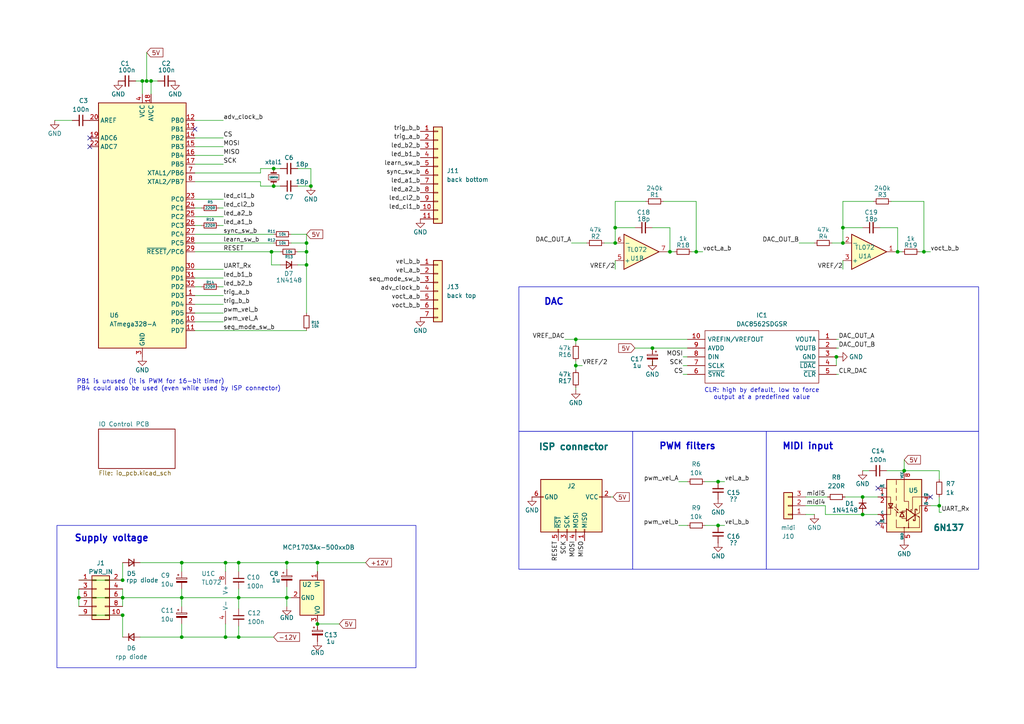
<source format=kicad_sch>
(kicad_sch (version 20231120) (generator "eeschema") (generator_version "8.0")
  (paper "A4")
  (lib_symbols
    (symbol "Amplifier_Operational:TL072" (pin_names (offset 0.127))
      (property "Reference" "U" (at 0 5.08 0))
      (property "Value" "TL072" (at 0 -5.08 0))
      (symbol "TL072_1_1"
        (pin output line (at 7.62 0 180) (length 2.54) (name "~") (number "1"))
        (pin input line (at -7.62 -2.54 0) (length 2.54) (name "-") (number "2"))
        (pin input line (at -7.62 2.54 0) (length 2.54) (name "+") (number "3"))
      )
      (symbol "TL072_2_1"
        (pin input line (at -7.62 2.54 0) (length 2.54) (name "+") (number "5"))
        (pin input line (at -7.62 -2.54 0) (length 2.54) (name "-") (number "6"))
        (pin output line (at 7.62 0 180) (length 2.54) (name "~") (number "7"))
      )
      (symbol "TL072_3_1"
        (pin power_in line (at -2.54 -7.62 90) (length 3.81) (name "V-") (number "4"))
        (pin power_in line (at -2.54 7.62 270) (length 3.81) (name "V+") (number "8"))
      )
    )
    (symbol "Connector:AVR-ISP-6" (pin_names (offset 1.016))
      (property "Reference" "J" (at -6.35 11.43 0))
      (property "Value" "AVR-ISP-6" (at 0 11.43 0))
      (symbol "AVR-ISP-6_1_1"
        (pin passive line (at 10.16 5.08 180) (length 2.54) (name "MISO") (number "1"))
        (pin passive line (at -2.54 12.7 270) (length 2.54) (name "VCC") (number "2"))
        (pin passive line (at 10.16 0 180) (length 2.54) (name "SCK") (number "3"))
        (pin passive line (at 10.16 2.54 180) (length 2.54) (name "MOSI") (number "4"))
        (pin passive line (at 10.16 -2.54 180) (length 2.54) (name "~{RST}") (number "5"))
        (pin passive line (at -2.54 -10.16 90) (length 2.54) (name "GND") (number "6"))
      )
    )
    (symbol "Connector_Generic:Conn_01x03" (pin_names (offset 1.016) hide)
      (property "Reference" "J" (at 0 5.08 0))
      (property "Value" "Conn_01x03" (at 0 -5.08 0))
      (symbol "Conn_01x03_1_1"
        (pin passive line (at -5.08 2.54 0) (length 3.81) (name "Pin_1") (number "1"))
        (pin passive line (at -5.08 0 0) (length 3.81) (name "Pin_2") (number "2"))
        (pin passive line (at -5.08 -2.54 0) (length 3.81) (name "Pin_3") (number "3"))
      )
    )
    (symbol "Connector_Generic:Conn_01x07" (pin_names (offset 1.016) hide)
      (property "Reference" "J" (at 0 10.16 0))
      (property "Value" "Conn_01x07" (at 0 -10.16 0))
      (symbol "Conn_01x07_1_1"
        (pin passive line (at -5.08 7.62 0) (length 3.81) (name "Pin_1") (number "1"))
        (pin passive line (at -5.08 5.08 0) (length 3.81) (name "Pin_2") (number "2"))
        (pin passive line (at -5.08 2.54 0) (length 3.81) (name "Pin_3") (number "3"))
        (pin passive line (at -5.08 0 0) (length 3.81) (name "Pin_4") (number "4"))
        (pin passive line (at -5.08 -2.54 0) (length 3.81) (name "Pin_5") (number "5"))
        (pin passive line (at -5.08 -5.08 0) (length 3.81) (name "Pin_6") (number "6"))
        (pin passive line (at -5.08 -7.62 0) (length 3.81) (name "Pin_7") (number "7"))
      )
    )
    (symbol "Connector_Generic:Conn_01x11" (pin_names (offset 1.016) hide)
      (property "Reference" "J" (at 0 15.24 0))
      (property "Value" "Conn_01x11" (at 0 -15.24 0))
      (symbol "Conn_01x11_1_1"
        (pin passive line (at -5.08 12.7 0) (length 3.81) (name "Pin_1") (number "1"))
        (pin passive line (at -5.08 -10.16 0) (length 3.81) (name "Pin_10") (number "10"))
        (pin passive line (at -5.08 -12.7 0) (length 3.81) (name "Pin_11") (number "11"))
        (pin passive line (at -5.08 10.16 0) (length 3.81) (name "Pin_2") (number "2"))
        (pin passive line (at -5.08 7.62 0) (length 3.81) (name "Pin_3") (number "3"))
        (pin passive line (at -5.08 5.08 0) (length 3.81) (name "Pin_4") (number "4"))
        (pin passive line (at -5.08 2.54 0) (length 3.81) (name "Pin_5") (number "5"))
        (pin passive line (at -5.08 0 0) (length 3.81) (name "Pin_6") (number "6"))
        (pin passive line (at -5.08 -2.54 0) (length 3.81) (name "Pin_7") (number "7"))
        (pin passive line (at -5.08 -5.08 0) (length 3.81) (name "Pin_8") (number "8"))
        (pin passive line (at -5.08 -7.62 0) (length 3.81) (name "Pin_9") (number "9"))
      )
    )
    (symbol "Connector_Generic:Conn_02x05_Odd_Even" (pin_names (offset 1.016) hide)
      (property "Reference" "J" (at 1.27 7.62 0))
      (property "Value" "Conn_02x05_Odd_Even" (at 1.27 -7.62 0))
      (symbol "Conn_02x05_Odd_Even_1_1"
        (pin passive line (at -5.08 5.08 0) (length 3.81) (name "Pin_1") (number "1"))
        (pin passive line (at 7.62 -5.08 180) (length 3.81) (name "Pin_10") (number "10"))
        (pin passive line (at 7.62 5.08 180) (length 3.81) (name "Pin_2") (number "2"))
        (pin passive line (at -5.08 2.54 0) (length 3.81) (name "Pin_3") (number "3"))
        (pin passive line (at 7.62 2.54 180) (length 3.81) (name "Pin_4") (number "4"))
        (pin passive line (at -5.08 0 0) (length 3.81) (name "Pin_5") (number "5"))
        (pin passive line (at 7.62 0 180) (length 3.81) (name "Pin_6") (number "6"))
        (pin passive line (at -5.08 -2.54 0) (length 3.81) (name "Pin_7") (number "7"))
        (pin passive line (at 7.62 -2.54 180) (length 3.81) (name "Pin_8") (number "8"))
        (pin passive line (at -5.08 -5.08 0) (length 3.81) (name "Pin_9") (number "9"))
      )
    )
    (symbol "Device:C_Polarized_Small" (pin_numbers hide) (pin_names (offset 0.254) hide)
      (property "Reference" "C" (at 0.254 1.778 0))
      (property "Value" "C_Polarized_Small" (at 0.254 -2.032 0))
      (symbol "C_Polarized_Small_1_1"
        (pin passive line (at 0 2.54 270) (length 1.8542) (name "~") (number "1"))
        (pin passive line (at 0 -2.54 90) (length 1.8542) (name "~") (number "2"))
      )
    )
    (symbol "Device:C_Small" (pin_numbers hide) (pin_names (offset 0.254) hide)
      (property "Reference" "C" (at 0.254 1.778 0))
      (property "Value" "C_Small" (at 0.254 -2.032 0))
      (symbol "C_Small_1_1"
        (pin passive line (at 0 2.54 270) (length 2.032) (name "~") (number "1"))
        (pin passive line (at 0 -2.54 90) (length 2.032) (name "~") (number "2"))
      )
    )
    (symbol "Device:Crystal_Small" (pin_numbers hide) (pin_names (offset 1.016) hide)
      (property "Reference" "Y" (at 0 2.54 0))
      (property "Value" "Crystal_Small" (at 0 -2.54 0))
      (symbol "Crystal_Small_1_1"
        (pin passive line (at -2.54 0 0) (length 1.27) (name "1") (number "1"))
        (pin passive line (at 2.54 0 180) (length 1.27) (name "2") (number "2"))
      )
    )
    (symbol "Device:D_Small" (pin_numbers hide) (pin_names (offset 0.254) hide)
      (property "Reference" "D" (at -1.27 2.032 0))
      (property "Value" "D_Small" (at -3.81 -2.032 0))
      (symbol "D_Small_1_1"
        (pin passive line (at -2.54 0 0) (length 1.778) (name "K") (number "1"))
        (pin passive line (at 2.54 0 180) (length 1.778) (name "A") (number "2"))
      )
    )
    (symbol "Device:R_Small" (pin_numbers hide) (pin_names (offset 0.254) hide)
      (property "Reference" "R" (at 0.762 0.508 0))
      (property "Value" "R_Small" (at 0.762 -1.016 0))
      (symbol "R_Small_1_1"
        (pin passive line (at 0 2.54 270) (length 0.762) (name "~") (number "1"))
        (pin passive line (at 0 -2.54 90) (length 0.762) (name "~") (number "2"))
      )
    )
    (symbol "GND_1" (power) (pin_names (offset 0))
      (property "Value" "GND" (at 0 -3.81 0))
      (symbol "GND_1_1_1"
        (pin power_in line (at 0 0 270) (length 0) hide (name "GND") (number "1"))
      )
    )
    (symbol "Isolator:6N137" (pin_names (offset 0))
      (property "Reference" "U" (at -4.064 8.89 0))
      (property "Value" "6N137" (at 0 -8.89 0))
      (symbol "6N137_1_1"
        (pin passive line (at -7.62 5.08 0) (length 2.54) (name "NC") (number "1"))
        (pin passive line (at -7.62 2.54 0) (length 2.54) (name "A") (number "2"))
        (pin passive line (at -7.62 -2.54 0) (length 2.54) (name "C") (number "3"))
        (pin passive line (at -7.62 -5.08 0) (length 2.54) (name "NC") (number "4"))
        (pin power_in line (at 0 -10.16 90) (length 2.54) (name "GND") (number "5"))
        (pin open_collector line (at 7.62 0 180) (length 2.54) (name "VO") (number "6"))
        (pin input line (at 7.62 2.54 180) (length 2.54) (name "EN") (number "7"))
        (pin power_in line (at 0 10.16 270) (length 2.54) (name "VCC") (number "8"))
      )
    )
    (symbol "MCU_Microchip_ATmega:ATmega328-A"
      (property "Reference" "U" (at -12.7 36.83 0))
      (property "Value" "ATmega328-A" (at 2.54 -36.83 0))
      (symbol "ATmega328-A_1_1"
        (pin bidirectional line (at 15.24 -20.32 180) (length 2.54) (name "PD3") (number "1"))
        (pin bidirectional line (at 15.24 -27.94 180) (length 2.54) (name "PD6") (number "10"))
        (pin bidirectional line (at 15.24 -30.48 180) (length 2.54) (name "PD7") (number "11"))
        (pin bidirectional line (at 15.24 30.48 180) (length 2.54) (name "PB0") (number "12"))
        (pin bidirectional line (at 15.24 27.94 180) (length 2.54) (name "PB1") (number "13"))
        (pin bidirectional line (at 15.24 25.4 180) (length 2.54) (name "PB2") (number "14"))
        (pin bidirectional line (at 15.24 22.86 180) (length 2.54) (name "PB3") (number "15"))
        (pin bidirectional line (at 15.24 20.32 180) (length 2.54) (name "PB4") (number "16"))
        (pin bidirectional line (at 15.24 17.78 180) (length 2.54) (name "PB5") (number "17"))
        (pin power_in line (at 2.54 38.1 270) (length 2.54) (name "AVCC") (number "18"))
        (pin input line (at -15.24 25.4 0) (length 2.54) (name "ADC6") (number "19"))
        (pin bidirectional line (at 15.24 -22.86 180) (length 2.54) (name "PD4") (number "2"))
        (pin passive line (at -15.24 30.48 0) (length 2.54) (name "AREF") (number "20"))
        (pin passive line (at 0 -38.1 90) (length 2.54) hide (name "GND") (number "21"))
        (pin input line (at -15.24 22.86 0) (length 2.54) (name "ADC7") (number "22"))
        (pin bidirectional line (at 15.24 7.62 180) (length 2.54) (name "PC0") (number "23"))
        (pin bidirectional line (at 15.24 5.08 180) (length 2.54) (name "PC1") (number "24"))
        (pin bidirectional line (at 15.24 2.54 180) (length 2.54) (name "PC2") (number "25"))
        (pin bidirectional line (at 15.24 0 180) (length 2.54) (name "PC3") (number "26"))
        (pin bidirectional line (at 15.24 -2.54 180) (length 2.54) (name "PC4") (number "27"))
        (pin bidirectional line (at 15.24 -5.08 180) (length 2.54) (name "PC5") (number "28"))
        (pin bidirectional line (at 15.24 -7.62 180) (length 2.54) (name "~{RESET}/PC6") (number "29"))
        (pin power_in line (at 0 -38.1 90) (length 2.54) (name "GND") (number "3"))
        (pin bidirectional line (at 15.24 -12.7 180) (length 2.54) (name "PD0") (number "30"))
        (pin bidirectional line (at 15.24 -15.24 180) (length 2.54) (name "PD1") (number "31"))
        (pin bidirectional line (at 15.24 -17.78 180) (length 2.54) (name "PD2") (number "32"))
        (pin power_in line (at 0 38.1 270) (length 2.54) (name "VCC") (number "4"))
        (pin passive line (at 0 -38.1 90) (length 2.54) hide (name "GND") (number "5"))
        (pin passive line (at 0 38.1 270) (length 2.54) hide (name "VCC") (number "6"))
        (pin bidirectional line (at 15.24 15.24 180) (length 2.54) (name "XTAL1/PB6") (number "7"))
        (pin bidirectional line (at 15.24 12.7 180) (length 2.54) (name "XTAL2/PB7") (number "8"))
        (pin bidirectional line (at 15.24 -25.4 180) (length 2.54) (name "PD5") (number "9"))
      )
    )
    (symbol "Regulator_Linear:MCP1703Ax-500xxDB" (pin_names (offset 0.254))
      (property "Reference" "U" (at -3.81 3.175 0))
      (property "Value" "MCP1703Ax-500xxDB" (at 0 3.175 0))
      (symbol "MCP1703Ax-500xxDB_1_1"
        (pin power_in line (at -7.62 0 0) (length 2.54) (name "VI") (number "1"))
        (pin power_in line (at 0 -7.62 90) (length 2.54) (name "GND") (number "2"))
        (pin power_out line (at 7.62 0 180) (length 2.54) (name "VO") (number "3"))
      )
    )
    (symbol "SamacSys_Parts:DAC8562SDGSR" (pin_names (offset 0.762))
      (property "Reference" "IC" (at 39.37 7.62 0))
      (property "Value" "DAC8562SDGSR" (at 39.37 5.08 0))
      (symbol "DAC8562SDGSR_0_0"
        (pin passive line (at 0 0 0) (length 5.08) (name "VOUTA") (number "1"))
        (pin passive line (at 43.18 0 180) (length 5.08) (name "VREFIN/VREFOUT") (number "10"))
        (pin passive line (at 0 -2.54 0) (length 5.08) (name "VOUTB") (number "2"))
        (pin passive line (at 0 -5.08 0) (length 5.08) (name "GND") (number "3"))
        (pin passive line (at 0 -7.62 0) (length 5.08) (name "~{LDAC}") (number "4"))
        (pin passive line (at 0 -10.16 0) (length 5.08) (name "~{CLR}") (number "5"))
        (pin passive line (at 43.18 -10.16 180) (length 5.08) (name "~{SYNC}") (number "6"))
        (pin passive line (at 43.18 -7.62 180) (length 5.08) (name "SCLK") (number "7"))
        (pin passive line (at 43.18 -5.08 180) (length 5.08) (name "DIN") (number "8"))
        (pin passive line (at 43.18 -2.54 180) (length 5.08) (name "AVDD") (number "9"))
      )
    )
    (symbol "power:GND" (power) (pin_numbers hide) (pin_names (offset 0) hide)
      (property "Value" "GND" (at 0 -3.81 0))
      (symbol "GND_1_1"
        (pin power_in line (at 0 0 270) (length 0) (name "~") (number "1"))
      )
    )
  )
  (junction (at 250.19 144.145))
  (junction (at 83.185 163.195))
  (junction (at 167.005 98.425))
  (junction (at 260.35 73.025))
  (junction (at 92.075 180.975))
  (junction (at 90.17 53.975))
  (junction (at 41.275 23.495))
  (junction (at 250.19 149.225))
  (junction (at 69.215 184.785))
  (junction (at 262.255 136.525))
  (junction (at 78.74 73.025))
  (junction (at 88.9 76.835))
  (junction (at 267.97 73.025))
  (junction (at 189.23 100.965))
  (junction (at 88.9 70.485))
  (junction (at 52.705 163.195))
  (junction (at 52.705 173.355))
  (junction (at 178.435 66.04))
  (junction (at 208.28 139.7))
  (junction (at 272.415 146.685))
  (junction (at 69.215 173.355))
  (junction (at 194.31 73.025))
  (junction (at 208.28 152.4))
  (junction (at 69.215 163.195))
  (junction (at 79.375 53.975))
  (junction (at 92.075 163.195))
  (junction (at 178.435 70.485))
  (junction (at 65.405 184.785))
  (junction (at 167.005 106.045))
  (junction (at 83.185 173.355))
  (junction (at 65.405 163.195))
  (junction (at 52.705 184.785))
  (junction (at 22.86 173.355))
  (junction (at 42.545 23.495))
  (junction (at 35.56 168.275))
  (junction (at 43.815 23.495))
  (junction (at 35.56 178.435))
  (junction (at 244.475 66.04))
  (junction (at 242.57 103.505))
  (junction (at 79.375 48.895))
  (junction (at 244.475 70.485))
  (junction (at 201.93 73.025))
  (junction (at 35.56 173.355))
  (junction (at 88.9 73.025))
  (no_connect (at 254.635 141.605))
  (no_connect (at 26.035 42.545))
  (no_connect (at 254.635 151.765))
  (no_connect (at 56.515 37.465))
  (no_connect (at 269.875 144.145))
  (no_connect (at 26.035 40.005))
  (wire (pts (xy 198.12 108.585) (xy 199.39 108.585)))
  (wire (pts (xy 42.545 15.24) (xy 42.545 23.495)))
  (wire (pts (xy 56.515 52.705) (xy 75.565 52.705)))
  (wire (pts (xy 83.185 170.18) (xy 83.185 173.355)))
  (wire (pts (xy 257.175 136.525) (xy 262.255 136.525)))
  (wire (pts (xy 267.97 73.025) (xy 266.7 73.025)))
  (wire (pts (xy 208.28 152.4) (xy 204.47 152.4)))
  (wire (pts (xy 88.9 76.835) (xy 86.36 76.835)))
  (wire (pts (xy 69.215 170.815) (xy 69.215 173.355)))
  (wire (pts (xy 63.5 83.185) (xy 64.77 83.185)))
  (wire (pts (xy 52.705 184.785) (xy 65.405 184.785)))
  (wire (pts (xy 194.31 66.04) (xy 194.31 73.025)))
  (wire (pts (xy 56.515 67.945) (xy 79.375 67.945)))
  (wire (pts (xy 65.405 163.195) (xy 69.215 163.195)))
  (wire (pts (xy 267.97 73.025) (xy 269.875 73.025)))
  (wire (pts (xy 83.185 173.355) (xy 84.455 173.355)))
  (wire (pts (xy 239.395 149.225) (xy 250.19 149.225)))
  (wire (pts (xy 250.19 149.225) (xy 254.635 149.225)))
  (wire (pts (xy 260.35 73.025) (xy 259.715 73.025)))
  (wire (pts (xy 198.12 103.505) (xy 199.39 103.505)))
  (wire (pts (xy 178.435 66.04) (xy 178.435 70.485)))
  (wire (pts (xy 165.735 70.485) (xy 170.18 70.485)))
  (wire (pts (xy 199.39 100.965) (xy 189.23 100.965)))
  (wire (pts (xy 88.9 73.025) (xy 88.9 76.835)))
  (wire (pts (xy 56.515 70.485) (xy 79.375 70.485)))
  (wire (pts (xy 201.93 73.025) (xy 203.835 73.025)))
  (wire (pts (xy 69.215 181.61) (xy 69.215 184.785)))
  (wire (pts (xy 43.815 23.495) (xy 43.815 27.305)))
  (wire (pts (xy 56.515 80.645) (xy 64.77 80.645)))
  (wire (pts (xy 22.86 178.435) (xy 35.56 178.435)))
  (wire (pts (xy 272.415 136.525) (xy 272.415 139.065)))
  (wire (pts (xy 65.405 184.785) (xy 69.215 184.785)))
  (wire (pts (xy 56.515 45.085) (xy 64.77 45.085)))
  (wire (pts (xy 56.515 47.625) (xy 64.77 47.625)))
  (wire (pts (xy 272.415 148.59) (xy 273.05 148.59)))
  (wire (pts (xy 250.19 144.145) (xy 254.635 144.145)))
  (wire (pts (xy 196.85 139.7) (xy 199.39 139.7)))
  (wire (pts (xy 262.255 136.525) (xy 272.415 136.525)))
  (wire (pts (xy 163.83 98.425) (xy 167.005 98.425)))
  (wire (pts (xy 83.185 163.195) (xy 92.075 163.195)))
  (wire (pts (xy 92.075 163.195) (xy 106.045 163.195)))
  (wire (pts (xy 245.11 144.145) (xy 250.19 144.145)))
  (wire (pts (xy 15.875 34.925) (xy 20.955 34.925)))
  (wire (pts (xy 272.415 148.59) (xy 272.415 146.685)))
  (wire (pts (xy 92.075 165.735) (xy 92.075 163.195)))
  (wire (pts (xy 52.705 163.195) (xy 52.705 165.735)))
  (wire (pts (xy 22.86 173.355) (xy 35.56 173.355)))
  (wire (pts (xy 52.705 163.195) (xy 65.405 163.195)))
  (wire (pts (xy 69.215 184.785) (xy 79.375 184.785)))
  (wire (pts (xy 52.705 170.815) (xy 52.705 173.355)))
  (wire (pts (xy 56.515 40.005) (xy 64.77 40.005)))
  (wire (pts (xy 56.515 50.165) (xy 75.565 50.165)))
  (wire (pts (xy 40.64 163.195) (xy 52.705 163.195)))
  (wire (pts (xy 35.56 170.815) (xy 35.56 173.355)))
  (wire (pts (xy 178.435 66.04) (xy 184.15 66.04)))
  (wire (pts (xy 58.42 60.325) (xy 56.515 60.325)))
  (wire (pts (xy 69.215 173.355) (xy 83.185 173.355)))
  (wire (pts (xy 167.005 98.425) (xy 199.39 98.425)))
  (wire (pts (xy 201.93 73.025) (xy 200.66 73.025)))
  (wire (pts (xy 65.405 163.195) (xy 65.405 165.735)))
  (wire (pts (xy 260.35 66.04) (xy 260.35 73.025)))
  (wire (pts (xy 84.455 67.945) (xy 88.9 67.945)))
  (wire (pts (xy 56.515 73.025) (xy 78.74 73.025)))
  (wire (pts (xy 84.455 70.485) (xy 88.9 70.485)))
  (wire (pts (xy 177.8 144.145) (xy 177.165 144.145)))
  (wire (pts (xy 35.56 173.355) (xy 52.705 173.355)))
  (wire (pts (xy 75.565 48.895) (xy 79.375 48.895)))
  (wire (pts (xy 64.77 93.345) (xy 56.515 93.345)))
  (wire (pts (xy 269.875 146.685) (xy 272.415 146.685)))
  (wire (pts (xy 52.705 173.355) (xy 69.215 173.355)))
  (wire (pts (xy 244.475 66.04) (xy 244.475 70.485)))
  (wire (pts (xy 167.005 107.315) (xy 167.005 106.045)))
  (wire (pts (xy 79.375 48.895) (xy 81.28 48.895)))
  (wire (pts (xy 244.475 66.04) (xy 250.19 66.04)))
  (wire (pts (xy 69.215 163.195) (xy 69.215 165.735)))
  (wire (pts (xy 42.545 23.495) (xy 43.815 23.495)))
  (wire (pts (xy 189.23 104.775) (xy 189.23 106.045)))
  (wire (pts (xy 35.56 173.355) (xy 35.56 175.895)))
  (wire (pts (xy 86.36 73.025) (xy 88.9 73.025)))
  (wire (pts (xy 210.185 139.7) (xy 208.28 139.7)))
  (wire (pts (xy 167.005 113.03) (xy 167.005 112.395)))
  (wire (pts (xy 64.77 34.925) (xy 56.515 34.925)))
  (wire (pts (xy 75.565 53.975) (xy 79.375 53.975)))
  (wire (pts (xy 231.775 70.485) (xy 236.22 70.485)))
  (wire (pts (xy 167.005 106.045) (xy 167.005 104.775)))
  (wire (pts (xy 52.705 180.975) (xy 52.705 184.785)))
  (wire (pts (xy 88.9 70.485) (xy 88.9 67.945)))
  (wire (pts (xy 58.42 83.185) (xy 56.515 83.185)))
  (wire (pts (xy 63.5 60.325) (xy 64.77 60.325)))
  (wire (pts (xy 250.19 136.525) (xy 252.095 136.525)))
  (wire (pts (xy 69.215 163.195) (xy 83.185 163.195)))
  (wire (pts (xy 187.325 58.42) (xy 178.435 58.42)))
  (wire (pts (xy 39.37 23.495) (xy 41.275 23.495)))
  (wire (pts (xy 272.415 144.145) (xy 272.415 146.685)))
  (wire (pts (xy 189.23 100.965) (xy 184.15 100.965)))
  (wire (pts (xy 35.56 184.785) (xy 35.56 178.435)))
  (wire (pts (xy 83.185 175.895) (xy 83.185 173.355)))
  (wire (pts (xy 243.205 98.425) (xy 242.57 98.425)))
  (wire (pts (xy 41.275 23.495) (xy 41.275 27.305)))
  (wire (pts (xy 86.36 48.895) (xy 90.17 48.895)))
  (wire (pts (xy 242.57 103.505) (xy 242.57 106.045)))
  (wire (pts (xy 168.91 106.045) (xy 167.005 106.045)))
  (wire (pts (xy 78.74 76.835) (xy 81.28 76.835)))
  (wire (pts (xy 86.36 53.975) (xy 90.17 53.975)))
  (wire (pts (xy 258.445 58.42) (xy 267.97 58.42)))
  (wire (pts (xy 208.28 139.7) (xy 204.47 139.7)))
  (wire (pts (xy 201.93 58.42) (xy 201.93 73.025)))
  (wire (pts (xy 41.275 23.495) (xy 42.545 23.495)))
  (wire (pts (xy 244.475 78.105) (xy 244.475 75.565)))
  (wire (pts (xy 178.435 58.42) (xy 178.435 66.04)))
  (wire (pts (xy 35.56 163.195) (xy 35.56 168.275)))
  (wire (pts (xy 56.515 57.785) (xy 64.77 57.785)))
  (wire (pts (xy 64.77 88.265) (xy 56.515 88.265)))
  (wire (pts (xy 64.77 85.725) (xy 56.515 85.725)))
  (wire (pts (xy 75.565 48.895) (xy 75.565 50.165)))
  (wire (pts (xy 64.77 78.105) (xy 56.515 78.105)))
  (wire (pts (xy 75.565 53.975) (xy 75.565 52.705)))
  (wire (pts (xy 78.74 73.025) (xy 81.28 73.025)))
  (wire (pts (xy 22.86 173.355) (xy 22.86 175.895)))
  (wire (pts (xy 22.86 168.275) (xy 35.56 168.275)))
  (wire (pts (xy 198.12 106.045) (xy 199.39 106.045)))
  (wire (pts (xy 243.205 100.965) (xy 242.57 100.965)))
  (wire (pts (xy 167.005 99.695) (xy 167.005 98.425)))
  (wire (pts (xy 196.85 152.4) (xy 199.39 152.4)))
  (wire (pts (xy 233.68 144.145) (xy 240.03 144.145)))
  (wire (pts (xy 45.72 23.495) (xy 43.815 23.495)))
  (wire (pts (xy 56.515 95.885) (xy 88.9 95.885)))
  (wire (pts (xy 90.17 48.895) (xy 90.17 53.975)))
  (wire (pts (xy 58.42 65.405) (xy 56.515 65.405)))
  (wire (pts (xy 22.86 170.815) (xy 22.86 173.355)))
  (wire (pts (xy 175.26 70.485) (xy 178.435 70.485)))
  (wire (pts (xy 255.27 66.04) (xy 260.35 66.04)))
  (wire (pts (xy 83.185 165.1) (xy 83.185 163.195)))
  (wire (pts (xy 64.77 90.805) (xy 56.515 90.805)))
  (wire (pts (xy 194.31 73.025) (xy 193.675 73.025)))
  (wire (pts (xy 261.62 73.025) (xy 260.35 73.025)))
  (wire (pts (xy 178.435 78.105) (xy 178.435 75.565)))
  (wire (pts (xy 243.205 108.585) (xy 242.57 108.585)))
  (wire (pts (xy 79.375 53.975) (xy 81.28 53.975)))
  (wire (pts (xy 88.9 76.835) (xy 88.9 90.805)))
  (wire (pts (xy 243.205 103.505) (xy 242.57 103.505)))
  (wire (pts (xy 195.58 73.025) (xy 194.31 73.025)))
  (wire (pts (xy 78.74 73.025) (xy 78.74 76.835)))
  (wire (pts (xy 192.405 58.42) (xy 201.93 58.42)))
  (wire (pts (xy 233.68 146.685) (xy 239.395 146.685)))
  (wire (pts (xy 189.23 66.04) (xy 194.31 66.04)))
  (wire (pts (xy 65.405 180.975) (xy 65.405 184.785)))
  (wire (pts (xy 253.365 58.42) (xy 244.475 58.42)))
  (wire (pts (xy 88.9 73.025) (xy 88.9 70.485)))
  (wire (pts (xy 236.22 149.225) (xy 233.68 149.225)))
  (wire (pts (xy 56.515 42.545) (xy 64.77 42.545)))
  (wire (pts (xy 63.5 65.405) (xy 64.77 65.405)))
  (wire (pts (xy 262.255 133.35) (xy 262.255 136.525)))
  (wire (pts (xy 267.97 58.42) (xy 267.97 73.025)))
  (wire (pts (xy 40.64 184.785) (xy 52.705 184.785)))
  (wire (pts (xy 92.075 180.975) (xy 98.425 180.975)))
  (wire (pts (xy 52.705 175.895) (xy 52.705 173.355)))
  (wire (pts (xy 56.515 62.865) (xy 64.77 62.865)))
  (wire (pts (xy 69.215 173.355) (xy 69.215 176.53)))
  (wire (pts (xy 210.185 152.4) (xy 208.28 152.4)))
  (wire (pts (xy 239.395 146.685) (xy 239.395 149.225)))
  (wire (pts (xy 241.3 70.485) (xy 244.475 70.485)))
  (wire (pts (xy 244.475 58.42) (xy 244.475 66.04)))
  (rectangle (start 183.515 125.095) (end 222.25 165.1))
  (rectangle (start 222.25 125.095) (end 283.845 165.1))
  (rectangle (start 150.495 83.185) (end 283.845 125.095))
  (rectangle (start 150.495 125.095) (end 183.515 165.1))
  (rectangle (start 16.51 152.4) (end 120.65 193.675))
  (text "MIDI input" (at 234.315 129.54 0) (effects (font (size 1.905 1.905) (thickness 0.381) (bold yes))))
  (text "CLR: high by default, low to force\noutput at a predefined value" (at 220.98 114.3 0) (effects (font (size 1.27 1.27))))
  (text "Supply voltage" (at 32.385 156.21 0) (effects (font (size 1.905 1.905) (thickness 0.381) (bold yes))))
  (text "PB1 is unused (it is PWM for 16-bit timer)\nPB4 could also be used (even while used by ISP connector)" (at 22.225 111.76 0) (effects (font (size 1.27 1.27)) (justify left)))
  (text "DAC" (at 160.655 87.63 0) (effects (font (size 1.905 1.905) (thickness 0.381) (bold yes))))
  (text "PWM filters" (at 199.39 129.54 0) (effects (font (size 1.905 1.905) (thickness 0.381) (bold yes))))
  (label "MISO" (at 169.545 156.845 270))
  (label "led_cl2_b" (at 121.92 58.42 180))
  (label "RESET" (at 161.925 156.845 270))
  (label "led_a2_b" (at 64.77 62.865 0))
  (label "sync_sw_b" (at 64.77 67.945 0))
  (label "trig_b_b" (at 121.92 38.1 180))
  (label "UART_Rx" (at 64.77 78.105 0))
  (label "SCK" (at 164.465 156.845 270))
  (label "seq_mode_sw_b" (at 121.92 81.915 180))
  (label "learn_sw_b" (at 121.92 48.26 180))
  (label "RESET" (at 64.77 73.025 0))
  (label "voct_b_b" (at 269.875 73.025 0))
  (label "trig_b_b" (at 64.77 88.265 0))
  (label "DAC_OUT_B" (at 231.775 70.485 180))
  (label "pwm_vel_A" (at 64.77 93.345 0))
  (label "pwm_vel_A" (at 196.85 139.7 180))
  (label "led_b2_b" (at 64.77 83.185 0))
  (label "seq_mode_sw_b" (at 64.77 95.885 0))
  (label "led_a1_b" (at 64.77 65.405 0))
  (label "sync_sw_b" (at 121.92 50.8 180))
  (label "midi5" (at 239.395 144.145 180))
  (label "DAC_OUT_A" (at 243.205 98.425 0))
  (label "CS" (at 64.77 40.005 0))
  (label "DAC_OUT_B" (at 243.205 100.965 0))
  (label "MOSI" (at 167.005 156.845 270))
  (label "led_a1_b" (at 121.92 53.34 180))
  (label "pwm_vel_b" (at 64.77 90.805 0))
  (label "CS" (at 198.12 108.585 180))
  (label "voct_a_b" (at 203.835 73.025 0))
  (label "adv_clock_b" (at 121.92 84.455 180))
  (label "adv_clock_b" (at 64.77 34.925 0))
  (label "voct_b_b" (at 121.92 89.535 180))
  (label "VREF{slash}2" (at 178.435 78.105 180))
  (label "pwm_vel_b" (at 196.85 152.4 180))
  (label "UART_Rx" (at 273.05 148.59 0))
  (label "led_b2_b" (at 121.92 43.18 180))
  (label "led_b1_b" (at 64.77 80.645 0))
  (label "vel_b_b" (at 121.92 76.835 180))
  (label "SCK" (at 64.77 47.625 0))
  (label "trig_a_b" (at 121.92 40.64 180))
  (label "led_a2_b" (at 121.92 55.88 180))
  (label "DAC_OUT_A" (at 165.735 70.485 180))
  (label "MOSI" (at 64.77 42.545 0))
  (label "vel_a_b" (at 121.92 79.375 180))
  (label "VREF_DAC" (at 163.83 98.425 180))
  (label "trig_a_b" (at 64.77 85.725 0))
  (label "voct_a_b" (at 121.92 86.995 180))
  (label "led_b1_b" (at 121.92 45.72 180))
  (label "VREF{slash}2" (at 168.91 106.045 0))
  (label "vel_a_b" (at 210.185 139.7 0))
  (label "learn_sw_b" (at 64.77 70.485 0))
  (label "MOSI" (at 198.12 103.505 180))
  (label "led_cl1_b" (at 64.77 57.785 0))
  (label "vel_b_b" (at 210.185 152.4 0))
  (label "led_cl1_b" (at 121.92 60.96 180))
  (label "SCK" (at 198.12 106.045 180))
  (label "led_cl2_b" (at 64.77 60.325 0))
  (label "MISO" (at 64.77 45.085 0))
  (label "VREF{slash}2" (at 244.475 78.105 180))
  (label "midi4" (at 239.395 146.685 180))
  (label "CLR_DAC" (at 243.205 108.585 0))
  (global_label "5V" (shape input) (at 42.545 15.24 0) (property "Intersheetrefs" "${INTERSHEET_REFS}" (effects (hide yes))))
  (global_label "5V" (shape input) (at 88.9 67.945 0) (property "Intersheetrefs" "${INTERSHEET_REFS}" (effects (hide yes))))
  (global_label "+12V" (shape input) (at 106.045 163.195 0) (property "Intersheetrefs" "${INTERSHEET_REFS}" (effects (hide yes))))
  (global_label "5V" (shape input) (at 184.15 100.965 180) (property "Intersheetrefs" "${INTERSHEET_REFS}" (effects (hide yes))))
  (global_label "5V" (shape input) (at 177.8 144.145 0) (property "Intersheetrefs" "${INTERSHEET_REFS}" (effects (hide yes))))
  (global_label "5V" (shape input) (at 98.425 180.975 0) (property "Intersheetrefs" "${INTERSHEET_REFS}" (effects (hide yes))))
  (global_label "-12V" (shape input) (at 79.375 184.785 0) (property "Intersheetrefs" "${INTERSHEET_REFS}" (effects (hide yes))))
  (global_label "5V" (shape input) (at 262.255 133.35 0) (property "Intersheetrefs" "${INTERSHEET_REFS}" (effects (hide yes))))
  (symbol (lib_id "Device:C_Polarized_Small") (at 92.075 183.515 0) (unit 1)
    (property "Reference" "C13" (at 93.98 184.15 0) (effects (justify left)))
    (property "Value" "1u" (at 94.615 186.055 0) (effects (justify left)))
    (property "Footprint" "Capacitor_SMD:C_0603_1608Metric" (effects (hide yes)))
    (property "Description" "Polarized capacitor, small symbol" (effects (hide yes)))
  )
  (symbol (lib_id "power:GND") (at 121.92 92.075 0) (unit 1)
    (property "Reference" "#PWR033" (effects (hide yes)))
    (property "Value" "GND" (at 121.92 95.885 0))
    (property "Description" "Power symbol creates a global label with name \"GND\" , ground" (effects (hide yes)))
  )
  (symbol (lib_id "power:GND") (at 208.28 157.48 0) (unit 1)
    (property "Reference" "#PWR017" (effects (hide yes)))
    (property "Value" "GND" (at 208.28 161.29 0))
    (property "Description" "Power symbol creates a global label with name \"GND\" , ground" (effects (hide yes)))
  )
  (symbol (lib_id "Isolator:6N137") (at 262.255 146.685 0) (unit 1)
    (property "Reference" "U5" (at 263.525 142.24 0) (effects (justify left)))
    (property "Value" "6N137" (at 270.51 153.035 0) (effects (font (size 1.778 1.778) (bold yes)) (justify left)))
    (property "Footprint" "SamacSys_Parts:SOP254P1005X465-8N" (effects (hide yes)))
    (property "Datasheet" "https://docs.broadcom.com/docs/AV02-0940EN" (effects (hide yes)))
    (property "Description" "Single High Speed LSTTL/TTL Compatible Optocoupler with enable, dV/dt 1000/us, VCM 10, max 7V VCC, DIP-8" (effects (hide yes)))
  )
  (symbol (lib_id "Connector_Generic:Conn_01x03") (at 228.6 146.685 180) (unit 1)
    (property "Reference" "J10" (at 228.6 155.575 0))
    (property "Value" "midi" (at 228.6 153.035 0))
    (property "Footprint" "Connector_PinHeader_2.54mm:PinHeader_1x03_P2.54mm_Vertical" (effects (hide yes)))
    (property "Description" "Generic connector, single row, 01x03, script generated (kicad-library-utils/schlib/autogen/connector/)" (effects (hide yes)))
  )
  (symbol (lib_id "power:GND") (at 41.275 103.505 0) (unit 1)
    (property "Reference" "#PWR035" (effects (hide yes)))
    (property "Value" "GND" (at 41.275 107.315 0))
    (property "Description" "Power symbol creates a global label with name \"GND\" , ground" (effects (hide yes)))
  )
  (symbol (lib_id "power:GND") (at 236.22 149.225 0) (unit 1)
    (property "Reference" "#PWR010" (effects (hide yes)))
    (property "Value" "GND" (at 236.22 153.035 0))
    (property "Description" "Power symbol creates a global label with name \"GND\" , ground" (effects (hide yes)))
  )
  (symbol (lib_id "Device:C_Small") (at 208.28 154.94 180) (unit 1)
    (property "Reference" "C16" (at 212.725 155.575 0))
    (property "Value" "??" (at 212.725 157.48 0))
    (property "Footprint" "Capacitor_SMD:C_0603_1608Metric" (effects (hide yes)))
    (property "Description" "Unpolarized capacitor, small symbol" (effects (hide yes)))
  )
  (symbol (lib_id "Device:C_Small") (at 23.495 34.925 270) (unit 1)
    (property "Reference" "C3" (at 22.86 29.21 90) (effects (justify left)))
    (property "Value" "100n" (at 20.955 31.75 90) (effects (justify left)))
    (property "Footprint" "Capacitor_SMD:C_0603_1608Metric" (effects (hide yes)))
    (property "Description" "Unpolarized capacitor, small symbol" (effects (hide yes)))
  )
  (symbol (lib_id "Device:R_Small") (at 255.905 58.42 270) (unit 1)
    (property "Reference" "R3" (at 255.905 56.515 90))
    (property "Value" "240k" (at 255.905 54.61 90))
    (property "Footprint" "Resistor_SMD:R_0603_1608Metric_Pad0.98x0.95mm_HandSolder" (effects (hide yes)))
    (property "Description" "Resistor, small symbol" (effects (hide yes)))
  )
  (symbol (lib_id "Device:C_Small") (at 69.215 168.275 0) (unit 1)
    (property "Reference" "C10" (at 71.5391 167.4466 0) (effects (justify left)))
    (property "Value" "100n" (at 71.5391 169.9835 0) (effects (justify left)))
    (property "Footprint" "Capacitor_SMD:C_0603_1608Metric" (effects (hide yes)))
  )
  (symbol (lib_id "Device:R_Small") (at 60.96 60.325 90) (unit 1)
    (property "Reference" "R5" (at 60.96 59.055 90) (effects (font (size 0.762 0.762)) (justify top)))
    (property "Value" "220R" (at 60.96 60.325 90) (effects (font (size 0.762 0.762))))
    (property "Footprint" "Resistor_SMD:R_0603_1608Metric_Pad0.98x0.95mm_HandSolder" (effects (hide yes)))
    (property "Description" "Resistor, small symbol" (effects (hide yes)))
  )
  (symbol (lib_id "Device:C_Small") (at 254.635 136.525 270) (mirror x) (unit 1)
    (property "Reference" "C14" (at 254.635 130.81 90))
    (property "Value" "100n" (at 254.635 133.35 90))
    (property "Footprint" "Capacitor_SMD:C_0603_1608Metric" (effects (hide yes)))
    (property "Description" "Unpolarized capacitor, small symbol" (effects (hide yes)))
  )
  (symbol (lib_name "GND_1") (lib_id "power:GND") (at 92.075 186.055 0) (unit 1)
    (property "Reference" "#PWR07" (effects (hide yes)))
    (property "Value" "GND" (at 92.075 188.595 0) (effects (justify top)))
  )
  (symbol (lib_id "Device:R_Small") (at 81.915 70.485 270) (unit 1)
    (property "Reference" "R12" (at 78.74 69.215 90) (effects (font (size 0.762 0.762)) (justify top)))
    (property "Value" "10k" (at 81.915 70.485 90) (effects (font (size 0.762 0.762))))
    (property "Footprint" "Resistor_SMD:R_0603_1608Metric_Pad0.98x0.95mm_HandSolder" (effects (hide yes)))
    (property "Description" "Resistor, small symbol" (effects (hide yes)))
  )
  (symbol (lib_id "Device:R_Small") (at 81.915 67.945 270) (unit 1)
    (property "Reference" "R11" (at 78.74 66.675 90) (effects (font (size 0.762 0.762)) (justify top)))
    (property "Value" "10k" (at 81.915 67.945 90) (effects (font (size 0.762 0.762))))
    (property "Footprint" "Resistor_SMD:R_0603_1608Metric_Pad0.98x0.95mm_HandSolder" (effects (hide yes)))
    (property "Description" "Resistor, small symbol" (effects (hide yes)))
  )
  (symbol (lib_id "Connector_Generic:Conn_01x07") (at 127 84.455 0) (unit 1)
    (property "Reference" "J13" (at 129.54 83.1849 0) (effects (justify left)))
    (property "Value" "back top" (at 129.54 85.7249 0) (effects (justify left)))
    (property "Footprint" "Connector_PinHeader_2.54mm:PinHeader_1x07_P2.54mm_Vertical" (effects (hide yes)))
    (property "Description" "Generic connector, single row, 01x07, script generated (kicad-library-utils/schlib/autogen/connector/)" (effects (hide yes)))
  )
  (symbol (lib_id "power:GND") (at 208.28 144.78 0) (unit 1)
    (property "Reference" "#PWR016" (effects (hide yes)))
    (property "Value" "GND" (at 208.28 148.59 0))
    (property "Description" "Power symbol creates a global label with name \"GND\" , ground" (effects (hide yes)))
  )
  (symbol (lib_id "Device:R_Small") (at 201.93 152.4 90) (unit 1)
    (property "Reference" "R9" (at 201.93 147.32 90))
    (property "Value" "10k" (at 201.93 149.86 90))
    (property "Footprint" "Resistor_SMD:R_0603_1608Metric_Pad0.98x0.95mm_HandSolder" (effects (hide yes)))
    (property "Description" "Resistor, small symbol" (effects (hide yes)))
  )
  (symbol (lib_name "GND_1") (lib_id "power:GND") (at 83.185 175.895 0) (unit 1)
    (property "Reference" "#PWR011" (effects (hide yes)))
    (property "Value" "GND" (at 83.185 178.435 0) (effects (justify top)))
  )
  (symbol (lib_id "Device:C_Small") (at 69.215 179.07 0) (unit 1)
    (property "Reference" "C12" (at 71.755 177.8031 0) (effects (justify left)))
    (property "Value" "100n" (at 71.755 180.34 0) (effects (justify left)))
    (property "Footprint" "Capacitor_SMD:C_0603_1608Metric" (effects (hide yes)))
  )
  (symbol (lib_id "Connector_Generic:Conn_01x11") (at 127 50.8 0) (unit 1)
    (property "Reference" "J11" (at 129.54 49.5299 0) (effects (justify left)))
    (property "Value" "back bottom" (at 129.54 52.0699 0) (effects (justify left)))
    (property "Footprint" "Connector_PinHeader_2.54mm:PinHeader_1x11_P2.54mm_Vertical" (effects (hide yes)))
    (property "Description" "Generic connector, single row, 01x11, script generated (kicad-library-utils/schlib/autogen/connector/)" (effects (hide yes)))
  )
  (symbol (lib_id "Regulator_Linear:MCP1703Ax-500xxDB") (at 92.075 173.355 270) (unit 1)
    (property "Reference" "U2" (at 87.63 169.545 90) (effects (justify left)))
    (property "Value" "MCP1703Ax-500xxDB" (at 81.915 158.75 90) (effects (justify left)))
    (property "Footprint" "Package_TO_SOT_SMD:SOT-223-3_TabPin2" (effects (hide yes)))
    (property "Datasheet" "http://ww1.microchip.com/downloads/en/DeviceDoc/20005122B.pdf" (effects (hide yes)))
    (property "Description" "Low Quiescent Current LDO Regulator, 5.0V, 250mA, Vin<=16V, SOT-223" (effects (hide yes)))
  )
  (symbol (lib_id "Connector:AVR-ISP-6") (at 164.465 146.685 270) (unit 1)
    (property "Reference" "J2" (at 165.735 140.97 90))
    (property "Value" "ISP connector" (at 166.37 129.54 90) (effects (font (size 1.8796 1.8796) (bold yes))))
    (property "Footprint" "Connector_PinHeader_2.54mm:PinHeader_2x03_P2.54mm_Vertical" (effects (hide yes)))
    (property "Description" "Atmel 6-pin ISP connector" (effects (hide yes)))
  )
  (symbol (lib_id "Connector_Generic:Conn_02x05_Odd_Even") (at 27.94 173.355 0) (unit 1)
    (property "Reference" "J1" (at 29.21 163.3052 0))
    (property "Value" "PWR_IN" (at 29.21 165.8421 0))
    (property "Footprint" "Connector_PinHeader_2.54mm:PinHeader_2x05_P2.54mm_Vertical" (effects (hide yes)))
  )
  (symbol (lib_id "Device:Crystal_Small") (at 79.375 51.435 90) (unit 1)
    (property "Reference" "xtal1" (at 76.835 46.99 90) (effects (justify right)))
    (property "Value" "16MHz" (at 78.105 51.435 90) (effects (font (size 0.508 0.508)) (justify right)))
    (property "Footprint" "SamacSys_Parts:XT9M20ANA20M" (effects (hide yes)))
    (property "Description" "Two pin crystal, small symbol" (effects (hide yes)))
  )
  (symbol (lib_id "Device:R_Small") (at 198.12 73.025 270) (unit 1)
    (property "Reference" "R18" (at 198.12 71.12 90))
    (property "Value" "1k" (at 198.12 69.215 90))
    (property "Footprint" "Resistor_SMD:R_0603_1608Metric_Pad0.98x0.95mm_HandSolder" (effects (hide yes)))
    (property "Description" "Resistor, small symbol" (effects (hide yes)))
  )
  (symbol (lib_id "Device:C_Small") (at 48.26 23.495 90) (mirror x) (unit 1)
    (property "Reference" "C2" (at 49.53 18.415 90) (effects (justify left)))
    (property "Value" "100n" (at 50.8 20.32 90) (effects (justify left)))
    (property "Footprint" "Capacitor_SMD:C_0603_1608Metric" (effects (hide yes)))
    (property "Description" "Unpolarized capacitor, small symbol" (effects (hide yes)))
  )
  (symbol (lib_id "Device:C_Polarized_Small") (at 83.185 167.64 0) (unit 1)
    (property "Reference" "C8" (at 78.105 166.37 0) (effects (justify left)))
    (property "Value" "1u" (at 78.74 168.275 0) (effects (justify left)))
    (property "Footprint" "Capacitor_SMD:C_0603_1608Metric" (effects (hide yes)))
    (property "Description" "Polarized capacitor, small symbol" (effects (hide yes)))
  )
  (symbol (lib_id "Device:C_Small") (at 36.83 23.495 270) (unit 1)
    (property "Reference" "C1" (at 34.925 18.415 90) (effects (justify left)))
    (property "Value" "100n" (at 34.29 20.32 90) (effects (justify left)))
    (property "Footprint" "Capacitor_SMD:C_0603_1608Metric" (effects (hide yes)))
    (property "Description" "Unpolarized capacitor, small symbol" (effects (hide yes)))
  )
  (symbol (lib_id "SamacSys_Parts:DAC8562SDGSR") (at 242.57 98.425 0) (mirror y) (unit 1)
    (property "Reference" "IC1" (at 220.98 91.44 0))
    (property "Value" "DAC8562SDGSR" (at 220.98 93.98 0))
    (property "Footprint" "SamacSys_Parts:SOP50P490X110-10N" (effects (hide yes)))
    (property "Datasheet" "http://www.ti.com/lit/gpn/dac8562" (effects (hide yes)))
    (property "Description" "16-bit, dual-channel, low-power, ultra-low glitch, voltage output DAC with 2.5V, 4ppm/C reference" (effects (hide yes)))
    (property "Description_1" "16-bit, dual-channel, low-power, ultra-low glitch, voltage output DAC with 2.5V, 4ppm/C reference" (effects (hide yes)))
    (property "Height" "1.1" (effects (hide yes)))
    (property "Mouser Part Number" "595-DAC8562SDGSR" (effects (hide yes)))
    (property "Mouser Price/Stock" "https://www.mouser.co.uk/ProductDetail/Texas-Instruments/DAC8562SDGSR?qs=L4ss%2FyqpMWQjhHzbOFnTNg%3D%3D" (effects (hide yes)))
    (property "Manufacturer_Name" "Texas Instruments" (effects (hide yes)))
    (property "Manufacturer_Part_Number" "DAC8562SDGSR" (effects (hide yes)))
  )
  (symbol (lib_id "Device:D_Small") (at 38.1 163.195 180) (unit 1)
    (property "Reference" "D5" (at 38.1 166.37 0))
    (property "Value" "rpp diode" (at 41.275 168.275 0))
    (property "Footprint" "Diode_SMD:D_SOD-123F" (effects (hide yes)))
    (property "Description" "Diode, small symbol" (effects (hide yes)))
    (property "Sim.Device" "D" (effects (hide yes)))
    (property "Sim.Pins" "1=K 2=A" (effects (hide yes)))
  )
  (symbol (lib_id "power:GND") (at 250.19 136.525 0) (unit 1)
    (property "Reference" "#PWR014" (effects (hide yes)))
    (property "Value" "GND" (at 250.19 140.335 0))
    (property "Description" "Power symbol creates a global label with name \"GND\" , ground" (effects (hide yes)))
  )
  (symbol (lib_id "Device:R_Small") (at 189.865 58.42 270) (unit 1)
    (property "Reference" "R1" (at 189.865 56.515 90))
    (property "Value" "240k" (at 189.865 54.61 90))
    (property "Footprint" "Resistor_SMD:R_0603_1608Metric_Pad0.98x0.95mm_HandSolder" (effects (hide yes)))
    (property "Description" "Resistor, small symbol" (effects (hide yes)))
  )
  (symbol (lib_id "power:GND") (at 167.005 113.03 0) (mirror y) (unit 1)
    (property "Reference" "#PWR028" (effects (hide yes)))
    (property "Value" "GND" (at 167.005 116.84 0))
    (property "Description" "Power symbol creates a global label with name \"GND\" , ground" (effects (hide yes)))
  )
  (symbol (lib_id "Amplifier_Operational:TL072") (at 67.945 173.355 0) (unit 3)
    (property "Reference" "U1" (at 58.42 166.37 0) (effects (justify left)))
    (property "Value" "TL072" (at 58.42 168.91 0) (effects (justify left)))
    (property "Footprint" "Package_SO:SOIC-8_3.9x4.9mm_P1.27mm" (effects (hide yes)))
    (property "Datasheet" "http://www.ti.com/lit/ds/symlink/tl071.pdf" (effects (hide yes)))
    (property "Description" "Dual Low-Noise JFET-Input Operational Amplifiers, DIP-8/SOIC-8" (effects (hide yes)))
  )
  (symbol (lib_id "Device:C_Polarized_Small") (at 52.705 168.275 0) (unit 1)
    (property "Reference" "C9" (at 46.609 166.8942 0) (effects (justify left)))
    (property "Value" "10u" (at 46.609 169.4311 0) (effects (justify left)))
    (property "Footprint" "Capacitor_SMD:CP_Elec_5x5.3" (effects (hide yes)))
  )
  (symbol (lib_id "power:GND") (at 243.205 103.505 90) (mirror x) (unit 1)
    (property "Reference" "#PWR012" (effects (hide yes)))
    (property "Value" "GND" (at 248.285 103.505 90))
    (property "Description" "Power symbol creates a global label with name \"GND\" , ground" (effects (hide yes)))
  )
  (symbol (lib_id "Device:R_Small") (at 238.76 70.485 270) (unit 1)
    (property "Reference" "R4" (at 238.76 68.58 90))
    (property "Value" "47k" (at 238.76 66.675 90))
    (property "Footprint" "Resistor_SMD:R_0603_1608Metric_Pad0.98x0.95mm_HandSolder" (effects (hide yes)))
    (property "Description" "Resistor, small symbol" (effects (hide yes)))
  )
  (symbol (lib_id "Device:C_Polarized_Small") (at 189.23 103.505 0) (mirror y) (unit 1)
    (property "Reference" "C17" (at 186.69 104.14 0) (effects (justify left)))
    (property "Value" "1u" (at 186.055 106.045 0) (effects (justify left)))
    (property "Footprint" "Capacitor_SMD:C_0603_1608Metric" (effects (hide yes)))
    (property "Description" "Polarized capacitor, small symbol" (effects (hide yes)))
  )
  (symbol (lib_id "power:GND") (at 15.875 34.925 0) (unit 1)
    (property "Reference" "#PWR05" (effects (hide yes)))
    (property "Value" "GND" (at 15.875 38.735 0))
    (property "Description" "Power symbol creates a global label with name \"GND\" , ground" (effects (hide yes)))
  )
  (symbol (lib_id "Device:C_Small") (at 252.73 66.04 90) (mirror x) (unit 1)
    (property "Reference" "C19" (at 254.635 61.595 90) (effects (justify left)))
    (property "Value" "18p" (at 254.635 63.5 90) (effects (justify left)))
    (property "Footprint" "Capacitor_SMD:C_0603_1608Metric" (effects (hide yes)))
    (property "Description" "Unpolarized capacitor, small symbol" (effects (hide yes)))
  )
  (symbol (lib_id "Device:R_Small") (at 272.415 141.605 180) (unit 1)
    (property "Reference" "R7" (at 274.32 140.3349 0) (effects (justify right)))
    (property "Value" "1k" (at 274.32 142.8749 0) (effects (justify right)))
    (property "Footprint" "Resistor_SMD:R_0603_1608Metric_Pad0.98x0.95mm_HandSolder" (effects (hide yes)))
    (property "Description" "Resistor, small symbol" (effects (hide yes)))
  )
  (symbol (lib_id "Device:R_Small") (at 167.005 102.235 180) (unit 1)
    (property "Reference" "R16" (at 163.83 102.87 0))
    (property "Value" "47k" (at 163.83 100.965 0))
    (property "Footprint" "Resistor_SMD:R_0603_1608Metric_Pad0.98x0.95mm_HandSolder" (effects (hide yes)))
    (property "Description" "Resistor, small symbol" (effects (hide yes)))
  )
  (symbol (lib_id "power:GND") (at 90.17 53.975 0) (unit 1)
    (property "Reference" "#PWR08" (effects (hide yes)))
    (property "Value" "GND" (at 90.17 57.785 0))
    (property "Description" "Power symbol creates a global label with name \"GND\" , ground" (effects (hide yes)))
  )
  (symbol (lib_id "MCU_Microchip_ATmega:ATmega328-A") (at 41.275 65.405 0) (unit 1)
    (property "Reference" "U6" (at 31.75 91.44 0) (effects (justify left)))
    (property "Value" "ATmega328-A" (at 31.75 93.98 0) (effects (justify left)))
    (property "Footprint" "Package_QFP:TQFP-32_7x7mm_P0.8mm" (effects (hide yes)))
    (property "Datasheet" "http://ww1.microchip.com/downloads/en/DeviceDoc/ATmega328_P%20AVR%20MCU%20with%20picoPower%20Technology%20Data%20Sheet%2040001984A.pdf" (effects (hide yes)))
    (property "Description" "20MHz, 32kB Flash, 2kB SRAM, 1kB EEPROM, TQFP-32" (effects (hide yes)))
  )
  (symbol (lib_id "Device:R_Small") (at 242.57 144.145 90) (unit 1)
    (property "Reference" "R8" (at 242.57 138.43 90))
    (property "Value" "220R" (at 242.57 140.97 90))
    (property "Footprint" "Resistor_SMD:R_0603_1608Metric_Pad0.98x0.95mm_HandSolder" (effects (hide yes)))
    (property "Description" "Resistor, small symbol" (effects (hide yes)))
  )
  (symbol (lib_id "Device:R_Small") (at 60.96 83.185 90) (unit 1)
    (property "Reference" "R14" (at 60.96 81.915 90) (effects (font (size 0.762 0.762))))
    (property "Value" "220R" (at 60.96 83.185 90) (effects (font (size 0.762 0.762))))
    (property "Footprint" "Resistor_SMD:R_0603_1608Metric_Pad0.98x0.95mm_HandSolder" (effects (hide yes)))
    (property "Description" "Resistor, small symbol" (effects (hide yes)))
  )
  (symbol (lib_id "power:GND") (at 34.29 23.495 0) (unit 1)
    (property "Reference" "#PWR01" (effects (hide yes)))
    (property "Value" "GND" (at 34.29 27.305 0))
    (property "Description" "Power symbol creates a global label with name \"GND\" , ground" (effects (hide yes)))
  )
  (symbol (lib_id "Device:R_Small") (at 60.96 65.405 90) (unit 1)
    (property "Reference" "R10" (at 60.96 64.135 90) (effects (font (size 0.762 0.762)) (justify top)))
    (property "Value" "220R" (at 60.96 65.405 90) (effects (font (size 0.762 0.762))))
    (property "Footprint" "Resistor_SMD:R_0603_1608Metric_Pad0.98x0.95mm_HandSolder" (effects (hide yes)))
    (property "Description" "Resistor, small symbol" (effects (hide yes)))
  )
  (symbol (lib_id "Device:R_Small") (at 201.93 139.7 90) (unit 1)
    (property "Reference" "R6" (at 201.93 134.62 90))
    (property "Value" "10k" (at 201.93 137.16 90))
    (property "Footprint" "Resistor_SMD:R_0603_1608Metric_Pad0.98x0.95mm_HandSolder" (effects (hide yes)))
    (property "Description" "Resistor, small symbol" (effects (hide yes)))
  )
  (symbol (lib_id "Device:C_Small") (at 83.82 48.895 90) (unit 1)
    (property "Reference" "C6" (at 83.82 45.72 90))
    (property "Value" "18p" (at 87.63 47.625 90))
    (property "Footprint" "Capacitor_SMD:C_0603_1608Metric" (effects (hide yes)))
    (property "Description" "Unpolarized capacitor, small symbol" (effects (hide yes)))
  )
  (symbol (lib_id "Device:C_Small") (at 186.69 66.04 90) (mirror x) (unit 1)
    (property "Reference" "C18" (at 188.595 61.595 90) (effects (justify left)))
    (property "Value" "18p" (at 188.595 63.5 90) (effects (justify left)))
    (property "Footprint" "Capacitor_SMD:C_0603_1608Metric" (effects (hide yes)))
    (property "Description" "Unpolarized capacitor, small symbol" (effects (hide yes)))
  )
  (symbol (lib_id "power:GND") (at 262.255 156.845 0) (unit 1)
    (property "Reference" "#PWR018" (effects (hide yes)))
    (property "Value" "GND" (at 262.255 160.655 0))
    (property "Description" "Power symbol creates a global label with name \"GND\" , ground" (effects (hide yes)))
  )
  (symbol (lib_id "Device:D_Small") (at 38.1 184.785 0) (mirror x) (unit 1)
    (property "Reference" "D6" (at 38.1 187.96 0))
    (property "Value" "rpp diode" (at 38.1 190.5 0))
    (property "Footprint" "Diode_SMD:D_SOD-123" (effects (hide yes)))
    (property "Description" "Diode, small symbol" (effects (hide yes)))
    (property "Sim.Device" "D" (effects (hide yes)))
    (property "Sim.Pins" "1=K 2=A" (effects (hide yes)))
  )
  (symbol (lib_id "Device:C_Polarized_Small") (at 52.705 178.435 0) (unit 1)
    (property "Reference" "C11" (at 46.609 177.0542 0) (effects (justify left)))
    (property "Value" "10u" (at 46.609 179.5911 0) (effects (justify left)))
    (property "Footprint" "Capacitor_SMD:CP_Elec_5x5.3" (effects (hide yes)))
  )
  (symbol (lib_id "Device:C_Small") (at 208.28 142.24 180) (unit 1)
    (property "Reference" "C15" (at 212.725 142.875 0))
    (property "Value" "??" (at 212.725 144.78 0))
    (property "Footprint" "Capacitor_SMD:C_0603_1608Metric" (effects (hide yes)))
    (property "Description" "Unpolarized capacitor, small symbol" (effects (hide yes)))
  )
  (symbol (lib_id "Device:D_Small") (at 250.19 146.685 270) (unit 1)
    (property "Reference" "D1" (at 245.11 146.05 90) (effects (justify left)))
    (property "Value" "1N4148" (at 241.3 147.955 90) (effects (justify left)))
    (property "Footprint" "Diode_SMD:D_SOD-323_HandSoldering" (effects (hide yes)))
    (property "Description" "Diode, small symbol" (effects (hide yes)))
    (property "Sim.Device" "D" (effects (hide yes)))
    (property "Sim.Pins" "1=K 2=A" (effects (hide yes)))
  )
  (symbol (lib_id "power:GND") (at 154.305 144.145 0) (unit 1)
    (property "Reference" "#PWR015" (effects (hide yes)))
    (property "Value" "GND" (at 154.305 147.955 0))
    (property "Description" "Power symbol creates a global label with name \"GND\" , ground" (effects (hide yes)))
  )
  (symbol (lib_id "Device:D_Small") (at 83.82 76.835 180) (unit 1)
    (property "Reference" "D7" (at 85.09 79.375 0) (effects (justify left)))
    (property "Value" "1N4148" (at 87.63 81.28 0) (effects (justify left)))
    (property "Footprint" "Diode_SMD:D_SOD-323_HandSoldering" (effects (hide yes)))
    (property "Description" "Diode, small symbol" (effects (hide yes)))
    (property "Sim.Device" "D" (effects (hide yes)))
    (property "Sim.Pins" "1=K 2=A" (effects (hide yes)))
  )
  (symbol (lib_id "power:GND") (at 121.92 63.5 0) (unit 1)
    (property "Reference" "#PWR034" (effects (hide yes)))
    (property "Value" "GND" (at 121.92 67.31 0))
    (property "Description" "Power symbol creates a global label with name \"GND\" , ground" (effects (hide yes)))
  )
  (symbol (lib_id "Device:R_Small") (at 172.72 70.485 270) (unit 1)
    (property "Reference" "R2" (at 172.72 68.58 90))
    (property "Value" "47k" (at 172.72 66.675 90))
    (property "Footprint" "Resistor_SMD:R_0603_1608Metric_Pad0.98x0.95mm_HandSolder" (effects (hide yes)))
    (property "Description" "Resistor, small symbol" (effects (hide yes)))
  )
  (symbol (lib_id "Device:C_Small") (at 83.82 53.975 90) (unit 1)
    (property "Reference" "C7" (at 83.82 57.15 90))
    (property "Value" "18p" (at 87.63 52.705 90))
    (property "Footprint" "Capacitor_SMD:C_0603_1608Metric" (effects (hide yes)))
    (property "Description" "Unpolarized capacitor, small symbol" (effects (hide yes)))
  )
  (symbol (lib_id "Device:R_Small") (at 83.82 73.025 90) (unit 1)
    (property "Reference" "R13" (at 83.82 74.93 90) (effects (font (size 0.762 0.762)) (justify top)))
    (property "Value" "10k" (at 83.82 73.025 90) (effects (font (size 0.762 0.762))))
    (property "Footprint" "Resistor_SMD:R_0603_1608Metric_Pad0.98x0.95mm_HandSolder" (effects (hide yes)))
    (property "Description" "Resistor, small symbol" (effects (hide yes)))
  )
  (symbol (lib_id "Amplifier_Operational:TL072") (at 186.055 73.025 0) (mirror x) (unit 2)
    (property "Reference" "U1" (at 184.785 74.93 0))
    (property "Value" "TL072" (at 184.785 72.39 0))
    (property "Footprint" "Package_SO:SOIC-8_3.9x4.9mm_P1.27mm" (effects (hide yes)))
    (property "Datasheet" "http://www.ti.com/lit/ds/symlink/tl071.pdf" (effects (hide yes)))
    (property "Description" "Dual Low-Noise JFET-Input Operational Amplifiers, DIP-8/SOIC-8" (effects (hide yes)))
  )
  (symbol (lib_id "Device:R_Small") (at 264.16 73.025 270) (unit 1)
    (property "Reference" "R19" (at 264.16 71.12 90))
    (property "Value" "1k" (at 264.16 69.215 90))
    (property "Footprint" "Resistor_SMD:R_0603_1608Metric_Pad0.98x0.95mm_HandSolder" (effects (hide yes)))
    (property "Description" "Resistor, small symbol" (effects (hide yes)))
  )
  (symbol (lib_id "Device:R_Small") (at 167.005 109.855 180) (unit 1)
    (property "Reference" "R17" (at 163.83 110.49 0))
    (property "Value" "47k" (at 163.83 108.585 0))
    (property "Footprint" "Resistor_SMD:R_0603_1608Metric_Pad0.98x0.95mm_HandSolder" (effects (hide yes)))
    (property "Description" "Resistor, small symbol" (effects (hide yes)))
  )
  (symbol (lib_id "Device:R_Small") (at 88.9 93.345 180) (unit 1)
    (property "Reference" "R15" (at 91.44 93.98 0) (effects (font (size 0.762 0.762)) (justify top)))
    (property "Value" "10k" (at 91.44 94.615 0) (effects (font (size 0.762 0.762))))
    (property "Footprint" "Resistor_SMD:R_0603_1608Metric_Pad0.98x0.95mm_HandSolder" (effects (hide yes)))
    (property "Description" "Resistor, small symbol" (effects (hide yes)))
  )
  (symbol (lib_id "Amplifier_Operational:TL072") (at 252.095 73.025 0) (mirror x) (unit 1)
    (property "Reference" "U1" (at 250.825 74.295 0))
    (property "Value" "TL072" (at 250.825 71.755 0))
    (property "Footprint" "Package_SO:SOIC-8_3.9x4.9mm_P1.27mm" (effects (hide yes)))
    (property "Datasheet" "http://www.ti.com/lit/ds/symlink/tl071.pdf" (effects (hide yes)))
    (property "Description" "Dual Low-Noise JFET-Input Operational Amplifiers, DIP-8/SOIC-8" (effects (hide yes)))
  )
  (symbol (lib_id "power:GND") (at 50.8 23.495 0) (unit 1)
    (property "Reference" "#PWR02" (effects (hide yes)))
    (property "Value" "GND" (at 50.8 27.305 0))
    (property "Description" "Power symbol creates a global label with name \"GND\" , ground" (effects (hide yes)))
  )
  (symbol (lib_id "power:GND") (at 189.23 104.775 0) (mirror y) (unit 1)
    (property "Reference" "#PWR036" (effects (hide yes)))
    (property "Value" "GND" (at 189.23 108.585 0))
    (property "Description" "Power symbol creates a global label with name \"GND\" , ground" (effects (hide yes)))
  )
  (sheet (at 28.575 124.46) (size 22.225 11.43) (stroke (width 0.1524))
    (property "Sheetname" "IO Control PCB" (at 28.575 123.7484 0) (effects (justify left bottom)))
    (property "Sheetfile" "io_pcb.kicad_sch" (at 28.575 136.4746 0) (effects (justify left top)))
  )
)
</source>
